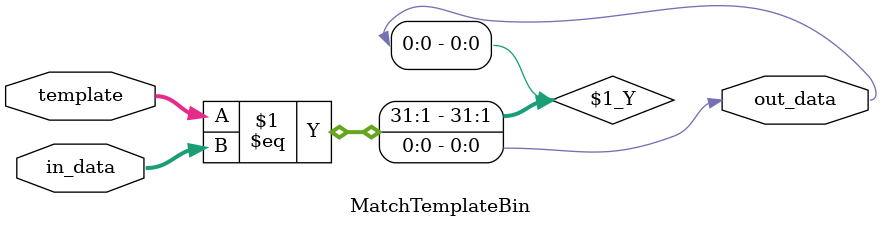
<source format=v>
`timescale 1ns / 1ps


module MatchTemplateBin(template, in_data, out_data);

	parameter window_size = 3;

	input[ window_size * window_size - 1 : 0] template;
	input[ window_size * window_size - 1 : 0] in_data;
	output out_data;

	assign out_data = 1 ? template == in_data : 0;
endmodule
</source>
